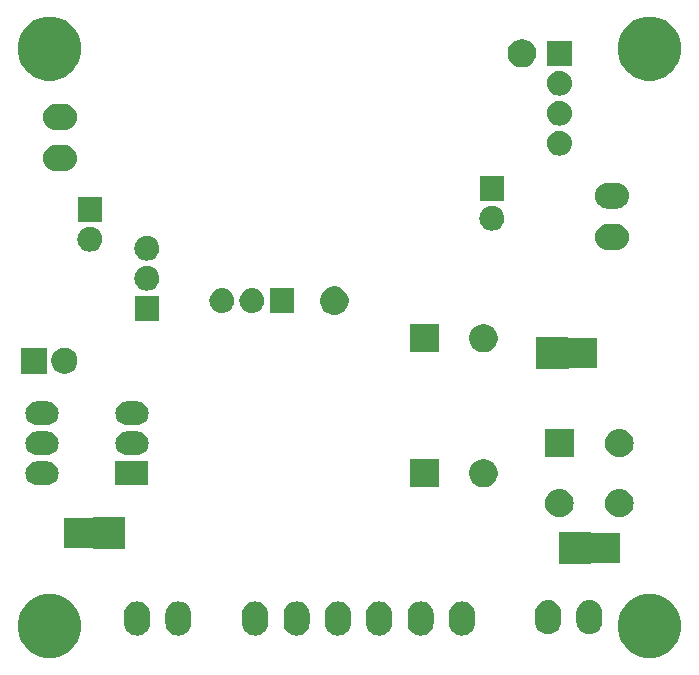
<source format=gbr>
%TF.GenerationSoftware,KiCad,Pcbnew,(5.0.2)-1*%
%TF.CreationDate,2019-04-17T22:45:11+02:00*%
%TF.ProjectId,nfc-door-x4,6e66632d-646f-46f7-922d-78342e6b6963,rev?*%
%TF.SameCoordinates,Original*%
%TF.FileFunction,Soldermask,Bot*%
%TF.FilePolarity,Negative*%
%FSLAX46Y46*%
G04 Gerber Fmt 4.6, Leading zero omitted, Abs format (unit mm)*
G04 Created by KiCad (PCBNEW (5.0.2)-1) date 17.04.2019 22:45:11*
%MOMM*%
%LPD*%
G01*
G04 APERTURE LIST*
%ADD10C,0.150000*%
G04 APERTURE END LIST*
D10*
G36*
X115507560Y-153037759D02*
X115998928Y-153241290D01*
X115998930Y-153241291D01*
X116429035Y-153528678D01*
X116441153Y-153536775D01*
X116817225Y-153912847D01*
X116817227Y-153912850D01*
X117080167Y-154306367D01*
X117112710Y-154355072D01*
X117316241Y-154846440D01*
X117420000Y-155368072D01*
X117420000Y-155899928D01*
X117316241Y-156421560D01*
X117112710Y-156912928D01*
X116817225Y-157355153D01*
X116441153Y-157731225D01*
X116441150Y-157731227D01*
X115998930Y-158026709D01*
X115998929Y-158026710D01*
X115998928Y-158026710D01*
X115507560Y-158230241D01*
X114985928Y-158334000D01*
X114454072Y-158334000D01*
X113932440Y-158230241D01*
X113441072Y-158026710D01*
X113441071Y-158026710D01*
X113441070Y-158026709D01*
X112998850Y-157731227D01*
X112998847Y-157731225D01*
X112622775Y-157355153D01*
X112327290Y-156912928D01*
X112123759Y-156421560D01*
X112020000Y-155899928D01*
X112020000Y-155368072D01*
X112123759Y-154846440D01*
X112327290Y-154355072D01*
X112359834Y-154306367D01*
X112622773Y-153912850D01*
X112622775Y-153912847D01*
X112998847Y-153536775D01*
X113010965Y-153528678D01*
X113441070Y-153241291D01*
X113441072Y-153241290D01*
X113932440Y-153037759D01*
X114454072Y-152934000D01*
X114985928Y-152934000D01*
X115507560Y-153037759D01*
X115507560Y-153037759D01*
G37*
G36*
X64707560Y-153037759D02*
X65198928Y-153241290D01*
X65198930Y-153241291D01*
X65629035Y-153528678D01*
X65641153Y-153536775D01*
X66017225Y-153912847D01*
X66017227Y-153912850D01*
X66280167Y-154306367D01*
X66312710Y-154355072D01*
X66516241Y-154846440D01*
X66620000Y-155368072D01*
X66620000Y-155899928D01*
X66516241Y-156421560D01*
X66312710Y-156912928D01*
X66017225Y-157355153D01*
X65641153Y-157731225D01*
X65641150Y-157731227D01*
X65198930Y-158026709D01*
X65198929Y-158026710D01*
X65198928Y-158026710D01*
X64707560Y-158230241D01*
X64185928Y-158334000D01*
X63654072Y-158334000D01*
X63132440Y-158230241D01*
X62641072Y-158026710D01*
X62641071Y-158026710D01*
X62641070Y-158026709D01*
X62198850Y-157731227D01*
X62198847Y-157731225D01*
X61822775Y-157355153D01*
X61527290Y-156912928D01*
X61323759Y-156421560D01*
X61220000Y-155899928D01*
X61220000Y-155368072D01*
X61323759Y-154846440D01*
X61527290Y-154355072D01*
X61559834Y-154306367D01*
X61822773Y-153912850D01*
X61822775Y-153912847D01*
X62198847Y-153536775D01*
X62210965Y-153528678D01*
X62641070Y-153241291D01*
X62641072Y-153241290D01*
X63132440Y-153037759D01*
X63654072Y-152934000D01*
X64185928Y-152934000D01*
X64707560Y-153037759D01*
X64707560Y-153037759D01*
G37*
G36*
X71555639Y-153549916D02*
X71762986Y-153612815D01*
X71762988Y-153612816D01*
X71954084Y-153714958D01*
X72121581Y-153852419D01*
X72259042Y-154019916D01*
X72361184Y-154211012D01*
X72424084Y-154418363D01*
X72424084Y-154418367D01*
X72440000Y-154579963D01*
X72440000Y-155388038D01*
X72424084Y-155549639D01*
X72395160Y-155644988D01*
X72361184Y-155756988D01*
X72259042Y-155948084D01*
X72121581Y-156115581D01*
X71954084Y-156253042D01*
X71762987Y-156355184D01*
X71762985Y-156355185D01*
X71555638Y-156418084D01*
X71340000Y-156439322D01*
X71124361Y-156418084D01*
X70917014Y-156355185D01*
X70917012Y-156355184D01*
X70725916Y-156253042D01*
X70558419Y-156115581D01*
X70420958Y-155948084D01*
X70318816Y-155756987D01*
X70284841Y-155644987D01*
X70255916Y-155549638D01*
X70240000Y-155388037D01*
X70240000Y-154579962D01*
X70255916Y-154418361D01*
X70318815Y-154211014D01*
X70378683Y-154099010D01*
X70420959Y-154019916D01*
X70558420Y-153852419D01*
X70725917Y-153714958D01*
X70917013Y-153612816D01*
X70917015Y-153612815D01*
X71124362Y-153549916D01*
X71340000Y-153528678D01*
X71555639Y-153549916D01*
X71555639Y-153549916D01*
G37*
G36*
X99055639Y-153549916D02*
X99262986Y-153612815D01*
X99262988Y-153612816D01*
X99454084Y-153714958D01*
X99621581Y-153852419D01*
X99759042Y-154019916D01*
X99861184Y-154211012D01*
X99924084Y-154418363D01*
X99924084Y-154418367D01*
X99940000Y-154579963D01*
X99940000Y-155388038D01*
X99924084Y-155549639D01*
X99895160Y-155644988D01*
X99861184Y-155756988D01*
X99759042Y-155948084D01*
X99621581Y-156115581D01*
X99454084Y-156253042D01*
X99262987Y-156355184D01*
X99262985Y-156355185D01*
X99055638Y-156418084D01*
X98840000Y-156439322D01*
X98624361Y-156418084D01*
X98417014Y-156355185D01*
X98417012Y-156355184D01*
X98225916Y-156253042D01*
X98058419Y-156115581D01*
X97920958Y-155948084D01*
X97818816Y-155756987D01*
X97784841Y-155644987D01*
X97755916Y-155549638D01*
X97740000Y-155388037D01*
X97740000Y-154579962D01*
X97755916Y-154418361D01*
X97818815Y-154211014D01*
X97878683Y-154099010D01*
X97920959Y-154019916D01*
X98058420Y-153852419D01*
X98225917Y-153714958D01*
X98417013Y-153612816D01*
X98417015Y-153612815D01*
X98624362Y-153549916D01*
X98840000Y-153528678D01*
X99055639Y-153549916D01*
X99055639Y-153549916D01*
G37*
G36*
X95555639Y-153549916D02*
X95762986Y-153612815D01*
X95762988Y-153612816D01*
X95954084Y-153714958D01*
X96121581Y-153852419D01*
X96259042Y-154019916D01*
X96361184Y-154211012D01*
X96424084Y-154418363D01*
X96424084Y-154418367D01*
X96440000Y-154579963D01*
X96440000Y-155388038D01*
X96424084Y-155549639D01*
X96395160Y-155644988D01*
X96361184Y-155756988D01*
X96259042Y-155948084D01*
X96121581Y-156115581D01*
X95954084Y-156253042D01*
X95762987Y-156355184D01*
X95762985Y-156355185D01*
X95555638Y-156418084D01*
X95340000Y-156439322D01*
X95124361Y-156418084D01*
X94917014Y-156355185D01*
X94917012Y-156355184D01*
X94725916Y-156253042D01*
X94558419Y-156115581D01*
X94420958Y-155948084D01*
X94318816Y-155756987D01*
X94284841Y-155644987D01*
X94255916Y-155549638D01*
X94240000Y-155388037D01*
X94240000Y-154579962D01*
X94255916Y-154418361D01*
X94318815Y-154211014D01*
X94378683Y-154099010D01*
X94420959Y-154019916D01*
X94558420Y-153852419D01*
X94725917Y-153714958D01*
X94917013Y-153612816D01*
X94917015Y-153612815D01*
X95124362Y-153549916D01*
X95340000Y-153528678D01*
X95555639Y-153549916D01*
X95555639Y-153549916D01*
G37*
G36*
X75055639Y-153549916D02*
X75262986Y-153612815D01*
X75262988Y-153612816D01*
X75454084Y-153714958D01*
X75621581Y-153852419D01*
X75759042Y-154019916D01*
X75861184Y-154211012D01*
X75924084Y-154418363D01*
X75924084Y-154418367D01*
X75940000Y-154579963D01*
X75940000Y-155388038D01*
X75924084Y-155549639D01*
X75895160Y-155644988D01*
X75861184Y-155756988D01*
X75759042Y-155948084D01*
X75621581Y-156115581D01*
X75454084Y-156253042D01*
X75262987Y-156355184D01*
X75262985Y-156355185D01*
X75055638Y-156418084D01*
X74840000Y-156439322D01*
X74624361Y-156418084D01*
X74417014Y-156355185D01*
X74417012Y-156355184D01*
X74225916Y-156253042D01*
X74058419Y-156115581D01*
X73920958Y-155948084D01*
X73818816Y-155756987D01*
X73784841Y-155644987D01*
X73755916Y-155549638D01*
X73740000Y-155388037D01*
X73740000Y-154579962D01*
X73755916Y-154418361D01*
X73818815Y-154211014D01*
X73878683Y-154099010D01*
X73920959Y-154019916D01*
X74058420Y-153852419D01*
X74225917Y-153714958D01*
X74417013Y-153612816D01*
X74417015Y-153612815D01*
X74624362Y-153549916D01*
X74840000Y-153528678D01*
X75055639Y-153549916D01*
X75055639Y-153549916D01*
G37*
G36*
X81555639Y-153549916D02*
X81762986Y-153612815D01*
X81762988Y-153612816D01*
X81954084Y-153714958D01*
X82121581Y-153852419D01*
X82259042Y-154019916D01*
X82361184Y-154211012D01*
X82424084Y-154418363D01*
X82424084Y-154418367D01*
X82440000Y-154579963D01*
X82440000Y-155388038D01*
X82424084Y-155549639D01*
X82395160Y-155644988D01*
X82361184Y-155756988D01*
X82259042Y-155948084D01*
X82121581Y-156115581D01*
X81954084Y-156253042D01*
X81762987Y-156355184D01*
X81762985Y-156355185D01*
X81555638Y-156418084D01*
X81340000Y-156439322D01*
X81124361Y-156418084D01*
X80917014Y-156355185D01*
X80917012Y-156355184D01*
X80725916Y-156253042D01*
X80558419Y-156115581D01*
X80420958Y-155948084D01*
X80318816Y-155756987D01*
X80284841Y-155644987D01*
X80255916Y-155549638D01*
X80240000Y-155388037D01*
X80240000Y-154579962D01*
X80255916Y-154418361D01*
X80318815Y-154211014D01*
X80378683Y-154099010D01*
X80420959Y-154019916D01*
X80558420Y-153852419D01*
X80725917Y-153714958D01*
X80917013Y-153612816D01*
X80917015Y-153612815D01*
X81124362Y-153549916D01*
X81340000Y-153528678D01*
X81555639Y-153549916D01*
X81555639Y-153549916D01*
G37*
G36*
X92055639Y-153549916D02*
X92262986Y-153612815D01*
X92262988Y-153612816D01*
X92454084Y-153714958D01*
X92621581Y-153852419D01*
X92759042Y-154019916D01*
X92861184Y-154211012D01*
X92924084Y-154418363D01*
X92924084Y-154418367D01*
X92940000Y-154579963D01*
X92940000Y-155388038D01*
X92924084Y-155549639D01*
X92895160Y-155644988D01*
X92861184Y-155756988D01*
X92759042Y-155948084D01*
X92621581Y-156115581D01*
X92454084Y-156253042D01*
X92262987Y-156355184D01*
X92262985Y-156355185D01*
X92055638Y-156418084D01*
X91840000Y-156439322D01*
X91624361Y-156418084D01*
X91417014Y-156355185D01*
X91417012Y-156355184D01*
X91225916Y-156253042D01*
X91058419Y-156115581D01*
X90920958Y-155948084D01*
X90818816Y-155756987D01*
X90784841Y-155644987D01*
X90755916Y-155549638D01*
X90740000Y-155388037D01*
X90740000Y-154579962D01*
X90755916Y-154418361D01*
X90818815Y-154211014D01*
X90878683Y-154099010D01*
X90920959Y-154019916D01*
X91058420Y-153852419D01*
X91225917Y-153714958D01*
X91417013Y-153612816D01*
X91417015Y-153612815D01*
X91624362Y-153549916D01*
X91840000Y-153528678D01*
X92055639Y-153549916D01*
X92055639Y-153549916D01*
G37*
G36*
X88555639Y-153549916D02*
X88762986Y-153612815D01*
X88762988Y-153612816D01*
X88954084Y-153714958D01*
X89121581Y-153852419D01*
X89259042Y-154019916D01*
X89361184Y-154211012D01*
X89424084Y-154418363D01*
X89424084Y-154418367D01*
X89440000Y-154579963D01*
X89440000Y-155388038D01*
X89424084Y-155549639D01*
X89395160Y-155644988D01*
X89361184Y-155756988D01*
X89259042Y-155948084D01*
X89121581Y-156115581D01*
X88954084Y-156253042D01*
X88762987Y-156355184D01*
X88762985Y-156355185D01*
X88555638Y-156418084D01*
X88340000Y-156439322D01*
X88124361Y-156418084D01*
X87917014Y-156355185D01*
X87917012Y-156355184D01*
X87725916Y-156253042D01*
X87558419Y-156115581D01*
X87420958Y-155948084D01*
X87318816Y-155756987D01*
X87284841Y-155644987D01*
X87255916Y-155549638D01*
X87240000Y-155388037D01*
X87240000Y-154579962D01*
X87255916Y-154418361D01*
X87318815Y-154211014D01*
X87378683Y-154099010D01*
X87420959Y-154019916D01*
X87558420Y-153852419D01*
X87725917Y-153714958D01*
X87917013Y-153612816D01*
X87917015Y-153612815D01*
X88124362Y-153549916D01*
X88340000Y-153528678D01*
X88555639Y-153549916D01*
X88555639Y-153549916D01*
G37*
G36*
X85055639Y-153549916D02*
X85262986Y-153612815D01*
X85262988Y-153612816D01*
X85454084Y-153714958D01*
X85621581Y-153852419D01*
X85759042Y-154019916D01*
X85861184Y-154211012D01*
X85924084Y-154418363D01*
X85924084Y-154418367D01*
X85940000Y-154579963D01*
X85940000Y-155388038D01*
X85924084Y-155549639D01*
X85895160Y-155644988D01*
X85861184Y-155756988D01*
X85759042Y-155948084D01*
X85621581Y-156115581D01*
X85454084Y-156253042D01*
X85262987Y-156355184D01*
X85262985Y-156355185D01*
X85055638Y-156418084D01*
X84840000Y-156439322D01*
X84624361Y-156418084D01*
X84417014Y-156355185D01*
X84417012Y-156355184D01*
X84225916Y-156253042D01*
X84058419Y-156115581D01*
X83920958Y-155948084D01*
X83818816Y-155756987D01*
X83784841Y-155644987D01*
X83755916Y-155549638D01*
X83740000Y-155388037D01*
X83740000Y-154579962D01*
X83755916Y-154418361D01*
X83818815Y-154211014D01*
X83878683Y-154099010D01*
X83920959Y-154019916D01*
X84058420Y-153852419D01*
X84225917Y-153714958D01*
X84417013Y-153612816D01*
X84417015Y-153612815D01*
X84624362Y-153549916D01*
X84840000Y-153528678D01*
X85055639Y-153549916D01*
X85055639Y-153549916D01*
G37*
G36*
X109855639Y-153437916D02*
X110062986Y-153500815D01*
X110062988Y-153500816D01*
X110254084Y-153602958D01*
X110421581Y-153740419D01*
X110559042Y-153907916D01*
X110661184Y-154099012D01*
X110724084Y-154306363D01*
X110724084Y-154306367D01*
X110740000Y-154467963D01*
X110740000Y-155276038D01*
X110724084Y-155437639D01*
X110690109Y-155549639D01*
X110661184Y-155644988D01*
X110559042Y-155836084D01*
X110421581Y-156003581D01*
X110254084Y-156141042D01*
X110062987Y-156243184D01*
X110062985Y-156243185D01*
X109855638Y-156306084D01*
X109640000Y-156327322D01*
X109424361Y-156306084D01*
X109217014Y-156243185D01*
X109217012Y-156243184D01*
X109025916Y-156141042D01*
X108858419Y-156003581D01*
X108720958Y-155836084D01*
X108618816Y-155644987D01*
X108589892Y-155549638D01*
X108555916Y-155437638D01*
X108540000Y-155276037D01*
X108540000Y-154467962D01*
X108555916Y-154306361D01*
X108618815Y-154099014D01*
X108666362Y-154010060D01*
X108720959Y-153907916D01*
X108858420Y-153740419D01*
X109025917Y-153602958D01*
X109217013Y-153500816D01*
X109217015Y-153500815D01*
X109424362Y-153437916D01*
X109640000Y-153416678D01*
X109855639Y-153437916D01*
X109855639Y-153437916D01*
G37*
G36*
X106355639Y-153437916D02*
X106562986Y-153500815D01*
X106562988Y-153500816D01*
X106754084Y-153602958D01*
X106921581Y-153740419D01*
X107059042Y-153907916D01*
X107161184Y-154099012D01*
X107224084Y-154306363D01*
X107224084Y-154306367D01*
X107240000Y-154467963D01*
X107240000Y-155276038D01*
X107224084Y-155437639D01*
X107190109Y-155549639D01*
X107161184Y-155644988D01*
X107059042Y-155836084D01*
X106921581Y-156003581D01*
X106754084Y-156141042D01*
X106562987Y-156243184D01*
X106562985Y-156243185D01*
X106355638Y-156306084D01*
X106140000Y-156327322D01*
X105924361Y-156306084D01*
X105717014Y-156243185D01*
X105717012Y-156243184D01*
X105525916Y-156141042D01*
X105358419Y-156003581D01*
X105220958Y-155836084D01*
X105118816Y-155644987D01*
X105089892Y-155549638D01*
X105055916Y-155437638D01*
X105040000Y-155276037D01*
X105040000Y-154467962D01*
X105055916Y-154306361D01*
X105118815Y-154099014D01*
X105166362Y-154010060D01*
X105220959Y-153907916D01*
X105358420Y-153740419D01*
X105525917Y-153602958D01*
X105717013Y-153500816D01*
X105717015Y-153500815D01*
X105924362Y-153437916D01*
X106140000Y-153416678D01*
X106355639Y-153437916D01*
X106355639Y-153437916D01*
G37*
G36*
X109734066Y-147694946D02*
X109749612Y-147713888D01*
X109768554Y-147729434D01*
X109790165Y-147740985D01*
X109813614Y-147748098D01*
X109838000Y-147750500D01*
X112189500Y-147750500D01*
X112189500Y-150309500D01*
X109838000Y-150309500D01*
X109813614Y-150311902D01*
X109790165Y-150319015D01*
X109768554Y-150330566D01*
X109749612Y-150346112D01*
X109734066Y-150365054D01*
X109729819Y-150373000D01*
X107027000Y-150373000D01*
X107027000Y-147687000D01*
X109729819Y-147687000D01*
X109734066Y-147694946D01*
X109734066Y-147694946D01*
G37*
G36*
X70343000Y-149103000D02*
X67640181Y-149103000D01*
X67635934Y-149095054D01*
X67620388Y-149076112D01*
X67601446Y-149060566D01*
X67579835Y-149049015D01*
X67556386Y-149041902D01*
X67532000Y-149039500D01*
X65180500Y-149039500D01*
X65180500Y-146480500D01*
X67532000Y-146480500D01*
X67556386Y-146478098D01*
X67579835Y-146470985D01*
X67601446Y-146459434D01*
X67620388Y-146443888D01*
X67635934Y-146424946D01*
X67640181Y-146417000D01*
X70343000Y-146417000D01*
X70343000Y-149103000D01*
X70343000Y-149103000D01*
G37*
G36*
X107194208Y-144023473D02*
X107335241Y-144037363D01*
X107561442Y-144105981D01*
X107561444Y-144105982D01*
X107561447Y-144105983D01*
X107769910Y-144217408D01*
X107952634Y-144367366D01*
X108102592Y-144550090D01*
X108214017Y-144758553D01*
X108214018Y-144758556D01*
X108214019Y-144758558D01*
X108282637Y-144984759D01*
X108305806Y-145220000D01*
X108282637Y-145455241D01*
X108214019Y-145681442D01*
X108214017Y-145681447D01*
X108102592Y-145889910D01*
X107952634Y-146072634D01*
X107769910Y-146222592D01*
X107561447Y-146334017D01*
X107561444Y-146334018D01*
X107561442Y-146334019D01*
X107335241Y-146402637D01*
X107194208Y-146416527D01*
X107158951Y-146420000D01*
X107041049Y-146420000D01*
X107005792Y-146416527D01*
X106864759Y-146402637D01*
X106638558Y-146334019D01*
X106638556Y-146334018D01*
X106638553Y-146334017D01*
X106430090Y-146222592D01*
X106247366Y-146072634D01*
X106097408Y-145889910D01*
X105985983Y-145681447D01*
X105985981Y-145681442D01*
X105917363Y-145455241D01*
X105894194Y-145220000D01*
X105917363Y-144984759D01*
X105985981Y-144758558D01*
X105985982Y-144758556D01*
X105985983Y-144758553D01*
X106097408Y-144550090D01*
X106247366Y-144367366D01*
X106430090Y-144217408D01*
X106638553Y-144105983D01*
X106638556Y-144105982D01*
X106638558Y-144105981D01*
X106864759Y-144037363D01*
X107005792Y-144023473D01*
X107041049Y-144020000D01*
X107158951Y-144020000D01*
X107194208Y-144023473D01*
X107194208Y-144023473D01*
G37*
G36*
X112274208Y-144023473D02*
X112415241Y-144037363D01*
X112641442Y-144105981D01*
X112641444Y-144105982D01*
X112641447Y-144105983D01*
X112849910Y-144217408D01*
X113032634Y-144367366D01*
X113182592Y-144550090D01*
X113294017Y-144758553D01*
X113294018Y-144758556D01*
X113294019Y-144758558D01*
X113362637Y-144984759D01*
X113385806Y-145220000D01*
X113362637Y-145455241D01*
X113294019Y-145681442D01*
X113294017Y-145681447D01*
X113182592Y-145889910D01*
X113032634Y-146072634D01*
X112849910Y-146222592D01*
X112641447Y-146334017D01*
X112641444Y-146334018D01*
X112641442Y-146334019D01*
X112415241Y-146402637D01*
X112274208Y-146416527D01*
X112238951Y-146420000D01*
X112121049Y-146420000D01*
X112085792Y-146416527D01*
X111944759Y-146402637D01*
X111718558Y-146334019D01*
X111718556Y-146334018D01*
X111718553Y-146334017D01*
X111510090Y-146222592D01*
X111327366Y-146072634D01*
X111177408Y-145889910D01*
X111065983Y-145681447D01*
X111065981Y-145681442D01*
X110997363Y-145455241D01*
X110974194Y-145220000D01*
X110997363Y-144984759D01*
X111065981Y-144758558D01*
X111065982Y-144758556D01*
X111065983Y-144758553D01*
X111177408Y-144550090D01*
X111327366Y-144367366D01*
X111510090Y-144217408D01*
X111718553Y-144105983D01*
X111718556Y-144105982D01*
X111718558Y-144105981D01*
X111944759Y-144037363D01*
X112085792Y-144023473D01*
X112121049Y-144020000D01*
X112238951Y-144020000D01*
X112274208Y-144023473D01*
X112274208Y-144023473D01*
G37*
G36*
X101020026Y-141526115D02*
X101238412Y-141616573D01*
X101434958Y-141747901D01*
X101602099Y-141915042D01*
X101733427Y-142111588D01*
X101823885Y-142329974D01*
X101870000Y-142561809D01*
X101870000Y-142798191D01*
X101823885Y-143030026D01*
X101733427Y-143248412D01*
X101602099Y-143444958D01*
X101434958Y-143612099D01*
X101238412Y-143743427D01*
X101020026Y-143833885D01*
X100788191Y-143880000D01*
X100551809Y-143880000D01*
X100319974Y-143833885D01*
X100101588Y-143743427D01*
X99905042Y-143612099D01*
X99737901Y-143444958D01*
X99606573Y-143248412D01*
X99516115Y-143030026D01*
X99470000Y-142798191D01*
X99470000Y-142561809D01*
X99516115Y-142329974D01*
X99606573Y-142111588D01*
X99737901Y-141915042D01*
X99905042Y-141747901D01*
X100101588Y-141616573D01*
X100319974Y-141526115D01*
X100551809Y-141480000D01*
X100788191Y-141480000D01*
X101020026Y-141526115D01*
X101020026Y-141526115D01*
G37*
G36*
X96870000Y-143880000D02*
X94470000Y-143880000D01*
X94470000Y-141480000D01*
X96870000Y-141480000D01*
X96870000Y-143880000D01*
X96870000Y-143880000D01*
G37*
G36*
X72305000Y-143680000D02*
X69505000Y-143680000D01*
X69505000Y-141680000D01*
X72305000Y-141680000D01*
X72305000Y-143680000D01*
X72305000Y-143680000D01*
G37*
G36*
X63881030Y-141694469D02*
X63881033Y-141694470D01*
X63881034Y-141694470D01*
X64069535Y-141751651D01*
X64069537Y-141751652D01*
X64243260Y-141844509D01*
X64395528Y-141969472D01*
X64520491Y-142121740D01*
X64520492Y-142121742D01*
X64613349Y-142295465D01*
X64623817Y-142329974D01*
X64670531Y-142483970D01*
X64689838Y-142680000D01*
X64670531Y-142876030D01*
X64670530Y-142876033D01*
X64670530Y-142876034D01*
X64623817Y-143030027D01*
X64613348Y-143064537D01*
X64520491Y-143238260D01*
X64395528Y-143390528D01*
X64243260Y-143515491D01*
X64243258Y-143515492D01*
X64069535Y-143608349D01*
X63881034Y-143665530D01*
X63881033Y-143665530D01*
X63881030Y-143665531D01*
X63734124Y-143680000D01*
X62835876Y-143680000D01*
X62688970Y-143665531D01*
X62688967Y-143665530D01*
X62688966Y-143665530D01*
X62500465Y-143608349D01*
X62326742Y-143515492D01*
X62326740Y-143515491D01*
X62174472Y-143390528D01*
X62049509Y-143238260D01*
X61956652Y-143064537D01*
X61946184Y-143030027D01*
X61899470Y-142876034D01*
X61899470Y-142876033D01*
X61899469Y-142876030D01*
X61880162Y-142680000D01*
X61899469Y-142483970D01*
X61946183Y-142329974D01*
X61956651Y-142295465D01*
X62049508Y-142121742D01*
X62049509Y-142121740D01*
X62174472Y-141969472D01*
X62326740Y-141844509D01*
X62500463Y-141751652D01*
X62500465Y-141751651D01*
X62688966Y-141694470D01*
X62688967Y-141694470D01*
X62688970Y-141694469D01*
X62835876Y-141680000D01*
X63734124Y-141680000D01*
X63881030Y-141694469D01*
X63881030Y-141694469D01*
G37*
G36*
X112274208Y-138943473D02*
X112415241Y-138957363D01*
X112641442Y-139025981D01*
X112641444Y-139025982D01*
X112641447Y-139025983D01*
X112849910Y-139137408D01*
X113032634Y-139287366D01*
X113182592Y-139470090D01*
X113294017Y-139678553D01*
X113294018Y-139678556D01*
X113294019Y-139678558D01*
X113362637Y-139904759D01*
X113385806Y-140140000D01*
X113362637Y-140375241D01*
X113294019Y-140601442D01*
X113294017Y-140601447D01*
X113182592Y-140809910D01*
X113032634Y-140992634D01*
X112849910Y-141142592D01*
X112641447Y-141254017D01*
X112641444Y-141254018D01*
X112641442Y-141254019D01*
X112415241Y-141322637D01*
X112274208Y-141336527D01*
X112238951Y-141340000D01*
X112121049Y-141340000D01*
X112085792Y-141336527D01*
X111944759Y-141322637D01*
X111718558Y-141254019D01*
X111718556Y-141254018D01*
X111718553Y-141254017D01*
X111510090Y-141142592D01*
X111327366Y-140992634D01*
X111177408Y-140809910D01*
X111065983Y-140601447D01*
X111065981Y-140601442D01*
X110997363Y-140375241D01*
X110974194Y-140140000D01*
X110997363Y-139904759D01*
X111065981Y-139678558D01*
X111065982Y-139678556D01*
X111065983Y-139678553D01*
X111177408Y-139470090D01*
X111327366Y-139287366D01*
X111510090Y-139137408D01*
X111718553Y-139025983D01*
X111718556Y-139025982D01*
X111718558Y-139025981D01*
X111944759Y-138957363D01*
X112085792Y-138943473D01*
X112121049Y-138940000D01*
X112238951Y-138940000D01*
X112274208Y-138943473D01*
X112274208Y-138943473D01*
G37*
G36*
X108300000Y-141340000D02*
X105900000Y-141340000D01*
X105900000Y-138940000D01*
X108300000Y-138940000D01*
X108300000Y-141340000D01*
X108300000Y-141340000D01*
G37*
G36*
X63881030Y-139154469D02*
X63881033Y-139154470D01*
X63881034Y-139154470D01*
X64069535Y-139211651D01*
X64069537Y-139211652D01*
X64243260Y-139304509D01*
X64395528Y-139429472D01*
X64520491Y-139581740D01*
X64520492Y-139581742D01*
X64613349Y-139755465D01*
X64658638Y-139904763D01*
X64670531Y-139943970D01*
X64689838Y-140140000D01*
X64670531Y-140336030D01*
X64670530Y-140336033D01*
X64670530Y-140336034D01*
X64658637Y-140375241D01*
X64613348Y-140524537D01*
X64520491Y-140698260D01*
X64395528Y-140850528D01*
X64243260Y-140975491D01*
X64243258Y-140975492D01*
X64069535Y-141068349D01*
X63881034Y-141125530D01*
X63881033Y-141125530D01*
X63881030Y-141125531D01*
X63734124Y-141140000D01*
X62835876Y-141140000D01*
X62688970Y-141125531D01*
X62688967Y-141125530D01*
X62688966Y-141125530D01*
X62500465Y-141068349D01*
X62326742Y-140975492D01*
X62326740Y-140975491D01*
X62174472Y-140850528D01*
X62049509Y-140698260D01*
X61956652Y-140524537D01*
X61911364Y-140375241D01*
X61899470Y-140336034D01*
X61899470Y-140336033D01*
X61899469Y-140336030D01*
X61880162Y-140140000D01*
X61899469Y-139943970D01*
X61911362Y-139904763D01*
X61956651Y-139755465D01*
X62049508Y-139581742D01*
X62049509Y-139581740D01*
X62174472Y-139429472D01*
X62326740Y-139304509D01*
X62500463Y-139211652D01*
X62500465Y-139211651D01*
X62688966Y-139154470D01*
X62688967Y-139154470D01*
X62688970Y-139154469D01*
X62835876Y-139140000D01*
X63734124Y-139140000D01*
X63881030Y-139154469D01*
X63881030Y-139154469D01*
G37*
G36*
X71501030Y-139154469D02*
X71501033Y-139154470D01*
X71501034Y-139154470D01*
X71689535Y-139211651D01*
X71689537Y-139211652D01*
X71863260Y-139304509D01*
X72015528Y-139429472D01*
X72140491Y-139581740D01*
X72140492Y-139581742D01*
X72233349Y-139755465D01*
X72278638Y-139904763D01*
X72290531Y-139943970D01*
X72309838Y-140140000D01*
X72290531Y-140336030D01*
X72290530Y-140336033D01*
X72290530Y-140336034D01*
X72278637Y-140375241D01*
X72233348Y-140524537D01*
X72140491Y-140698260D01*
X72015528Y-140850528D01*
X71863260Y-140975491D01*
X71863258Y-140975492D01*
X71689535Y-141068349D01*
X71501034Y-141125530D01*
X71501033Y-141125530D01*
X71501030Y-141125531D01*
X71354124Y-141140000D01*
X70455876Y-141140000D01*
X70308970Y-141125531D01*
X70308967Y-141125530D01*
X70308966Y-141125530D01*
X70120465Y-141068349D01*
X69946742Y-140975492D01*
X69946740Y-140975491D01*
X69794472Y-140850528D01*
X69669509Y-140698260D01*
X69576652Y-140524537D01*
X69531364Y-140375241D01*
X69519470Y-140336034D01*
X69519470Y-140336033D01*
X69519469Y-140336030D01*
X69500162Y-140140000D01*
X69519469Y-139943970D01*
X69531362Y-139904763D01*
X69576651Y-139755465D01*
X69669508Y-139581742D01*
X69669509Y-139581740D01*
X69794472Y-139429472D01*
X69946740Y-139304509D01*
X70120463Y-139211652D01*
X70120465Y-139211651D01*
X70308966Y-139154470D01*
X70308967Y-139154470D01*
X70308970Y-139154469D01*
X70455876Y-139140000D01*
X71354124Y-139140000D01*
X71501030Y-139154469D01*
X71501030Y-139154469D01*
G37*
G36*
X63881030Y-136614469D02*
X63881033Y-136614470D01*
X63881034Y-136614470D01*
X64069535Y-136671651D01*
X64069537Y-136671652D01*
X64243260Y-136764509D01*
X64395528Y-136889472D01*
X64520491Y-137041740D01*
X64613348Y-137215463D01*
X64670531Y-137403970D01*
X64689838Y-137600000D01*
X64670531Y-137796030D01*
X64613348Y-137984537D01*
X64520491Y-138158260D01*
X64395528Y-138310528D01*
X64243260Y-138435491D01*
X64243258Y-138435492D01*
X64069535Y-138528349D01*
X63881034Y-138585530D01*
X63881033Y-138585530D01*
X63881030Y-138585531D01*
X63734124Y-138600000D01*
X62835876Y-138600000D01*
X62688970Y-138585531D01*
X62688967Y-138585530D01*
X62688966Y-138585530D01*
X62500465Y-138528349D01*
X62326742Y-138435492D01*
X62326740Y-138435491D01*
X62174472Y-138310528D01*
X62049509Y-138158260D01*
X61956652Y-137984537D01*
X61899469Y-137796030D01*
X61880162Y-137600000D01*
X61899469Y-137403970D01*
X61956652Y-137215463D01*
X62049509Y-137041740D01*
X62174472Y-136889472D01*
X62326740Y-136764509D01*
X62500463Y-136671652D01*
X62500465Y-136671651D01*
X62688966Y-136614470D01*
X62688967Y-136614470D01*
X62688970Y-136614469D01*
X62835876Y-136600000D01*
X63734124Y-136600000D01*
X63881030Y-136614469D01*
X63881030Y-136614469D01*
G37*
G36*
X71501030Y-136614469D02*
X71501033Y-136614470D01*
X71501034Y-136614470D01*
X71689535Y-136671651D01*
X71689537Y-136671652D01*
X71863260Y-136764509D01*
X72015528Y-136889472D01*
X72140491Y-137041740D01*
X72233348Y-137215463D01*
X72290531Y-137403970D01*
X72309838Y-137600000D01*
X72290531Y-137796030D01*
X72233348Y-137984537D01*
X72140491Y-138158260D01*
X72015528Y-138310528D01*
X71863260Y-138435491D01*
X71863258Y-138435492D01*
X71689535Y-138528349D01*
X71501034Y-138585530D01*
X71501033Y-138585530D01*
X71501030Y-138585531D01*
X71354124Y-138600000D01*
X70455876Y-138600000D01*
X70308970Y-138585531D01*
X70308967Y-138585530D01*
X70308966Y-138585530D01*
X70120465Y-138528349D01*
X69946742Y-138435492D01*
X69946740Y-138435491D01*
X69794472Y-138310528D01*
X69669509Y-138158260D01*
X69576652Y-137984537D01*
X69519469Y-137796030D01*
X69500162Y-137600000D01*
X69519469Y-137403970D01*
X69576652Y-137215463D01*
X69669509Y-137041740D01*
X69794472Y-136889472D01*
X69946740Y-136764509D01*
X70120463Y-136671652D01*
X70120465Y-136671651D01*
X70308966Y-136614470D01*
X70308967Y-136614470D01*
X70308970Y-136614469D01*
X70455876Y-136600000D01*
X71354124Y-136600000D01*
X71501030Y-136614469D01*
X71501030Y-136614469D01*
G37*
G36*
X65510857Y-132097272D02*
X65711042Y-132180191D01*
X65891213Y-132300578D01*
X66044422Y-132453787D01*
X66164809Y-132633958D01*
X66247728Y-132834143D01*
X66290000Y-133046658D01*
X66290000Y-133263342D01*
X66247728Y-133475857D01*
X66164809Y-133676042D01*
X66164807Y-133676045D01*
X66045197Y-133855054D01*
X66044422Y-133856213D01*
X65891213Y-134009422D01*
X65711042Y-134129809D01*
X65510857Y-134212728D01*
X65298342Y-134255000D01*
X65081658Y-134255000D01*
X64869143Y-134212728D01*
X64668958Y-134129809D01*
X64488787Y-134009422D01*
X64335578Y-133856213D01*
X64334804Y-133855054D01*
X64215193Y-133676045D01*
X64215191Y-133676042D01*
X64132272Y-133475857D01*
X64090000Y-133263342D01*
X64090000Y-133046658D01*
X64132272Y-132834143D01*
X64215191Y-132633958D01*
X64335578Y-132453787D01*
X64488787Y-132300578D01*
X64668958Y-132180191D01*
X64869143Y-132097272D01*
X65081658Y-132055000D01*
X65298342Y-132055000D01*
X65510857Y-132097272D01*
X65510857Y-132097272D01*
G37*
G36*
X63750000Y-134255000D02*
X61550000Y-134255000D01*
X61550000Y-132055000D01*
X63750000Y-132055000D01*
X63750000Y-134255000D01*
X63750000Y-134255000D01*
G37*
G36*
X107829066Y-131184946D02*
X107844612Y-131203888D01*
X107863554Y-131219434D01*
X107885165Y-131230985D01*
X107908614Y-131238098D01*
X107933000Y-131240500D01*
X110284500Y-131240500D01*
X110284500Y-133799500D01*
X107933000Y-133799500D01*
X107908614Y-133801902D01*
X107885165Y-133809015D01*
X107863554Y-133820566D01*
X107844612Y-133836112D01*
X107829066Y-133855054D01*
X107824819Y-133863000D01*
X105122000Y-133863000D01*
X105122000Y-131177000D01*
X107824819Y-131177000D01*
X107829066Y-131184946D01*
X107829066Y-131184946D01*
G37*
G36*
X101020026Y-130096115D02*
X101238412Y-130186573D01*
X101434958Y-130317901D01*
X101602099Y-130485042D01*
X101733427Y-130681588D01*
X101823885Y-130899974D01*
X101870000Y-131131809D01*
X101870000Y-131368191D01*
X101823885Y-131600026D01*
X101733427Y-131818412D01*
X101602099Y-132014958D01*
X101434958Y-132182099D01*
X101238412Y-132313427D01*
X101020026Y-132403885D01*
X100788191Y-132450000D01*
X100551809Y-132450000D01*
X100319974Y-132403885D01*
X100101588Y-132313427D01*
X99905042Y-132182099D01*
X99737901Y-132014958D01*
X99606573Y-131818412D01*
X99516115Y-131600026D01*
X99470000Y-131368191D01*
X99470000Y-131131809D01*
X99516115Y-130899974D01*
X99606573Y-130681588D01*
X99737901Y-130485042D01*
X99905042Y-130317901D01*
X100101588Y-130186573D01*
X100319974Y-130096115D01*
X100551809Y-130050000D01*
X100788191Y-130050000D01*
X101020026Y-130096115D01*
X101020026Y-130096115D01*
G37*
G36*
X96870000Y-132450000D02*
X94470000Y-132450000D01*
X94470000Y-130050000D01*
X96870000Y-130050000D01*
X96870000Y-132450000D01*
X96870000Y-132450000D01*
G37*
G36*
X73225000Y-129760000D02*
X71125000Y-129760000D01*
X71125000Y-127660000D01*
X73225000Y-127660000D01*
X73225000Y-129760000D01*
X73225000Y-129760000D01*
G37*
G36*
X88399876Y-126921605D02*
X88618172Y-127012026D01*
X88814633Y-127143297D01*
X88981703Y-127310367D01*
X89112974Y-127506828D01*
X89203395Y-127725124D01*
X89249490Y-127956859D01*
X89249490Y-128193141D01*
X89203395Y-128424876D01*
X89112974Y-128643172D01*
X88981703Y-128839633D01*
X88814633Y-129006703D01*
X88618172Y-129137974D01*
X88399876Y-129228395D01*
X88168141Y-129274490D01*
X87931859Y-129274490D01*
X87700124Y-129228395D01*
X87481828Y-129137974D01*
X87285367Y-129006703D01*
X87118297Y-128839633D01*
X86987026Y-128643172D01*
X86896605Y-128424876D01*
X86850510Y-128193141D01*
X86850510Y-127956859D01*
X86896605Y-127725124D01*
X86987026Y-127506828D01*
X87118297Y-127310367D01*
X87285367Y-127143297D01*
X87481828Y-127012026D01*
X87700124Y-126921605D01*
X87931859Y-126875510D01*
X88168141Y-126875510D01*
X88399876Y-126921605D01*
X88399876Y-126921605D01*
G37*
G36*
X84655000Y-129125000D02*
X82555000Y-129125000D01*
X82555000Y-127025000D01*
X84655000Y-127025000D01*
X84655000Y-129125000D01*
X84655000Y-129125000D01*
G37*
G36*
X81193707Y-127032597D02*
X81270836Y-127040193D01*
X81402787Y-127080220D01*
X81468763Y-127100233D01*
X81651172Y-127197733D01*
X81811054Y-127328946D01*
X81942267Y-127488828D01*
X82039767Y-127671237D01*
X82056113Y-127725124D01*
X82099807Y-127869164D01*
X82120080Y-128075000D01*
X82099807Y-128280836D01*
X82059780Y-128412787D01*
X82039767Y-128478763D01*
X81942267Y-128661172D01*
X81811054Y-128821054D01*
X81651172Y-128952267D01*
X81468763Y-129049767D01*
X81402787Y-129069780D01*
X81270836Y-129109807D01*
X81193707Y-129117404D01*
X81116580Y-129125000D01*
X81013420Y-129125000D01*
X80936293Y-129117404D01*
X80859164Y-129109807D01*
X80727213Y-129069780D01*
X80661237Y-129049767D01*
X80478828Y-128952267D01*
X80318946Y-128821054D01*
X80187733Y-128661172D01*
X80090233Y-128478763D01*
X80070220Y-128412787D01*
X80030193Y-128280836D01*
X80009920Y-128075000D01*
X80030193Y-127869164D01*
X80073887Y-127725124D01*
X80090233Y-127671237D01*
X80187733Y-127488828D01*
X80318946Y-127328946D01*
X80478828Y-127197733D01*
X80661237Y-127100233D01*
X80727213Y-127080220D01*
X80859164Y-127040193D01*
X80936293Y-127032597D01*
X81013420Y-127025000D01*
X81116580Y-127025000D01*
X81193707Y-127032597D01*
X81193707Y-127032597D01*
G37*
G36*
X78653707Y-127032597D02*
X78730836Y-127040193D01*
X78862787Y-127080220D01*
X78928763Y-127100233D01*
X79111172Y-127197733D01*
X79271054Y-127328946D01*
X79402267Y-127488828D01*
X79499767Y-127671237D01*
X79516113Y-127725124D01*
X79559807Y-127869164D01*
X79580080Y-128075000D01*
X79559807Y-128280836D01*
X79519780Y-128412787D01*
X79499767Y-128478763D01*
X79402267Y-128661172D01*
X79271054Y-128821054D01*
X79111172Y-128952267D01*
X78928763Y-129049767D01*
X78862787Y-129069780D01*
X78730836Y-129109807D01*
X78653707Y-129117404D01*
X78576580Y-129125000D01*
X78473420Y-129125000D01*
X78396293Y-129117404D01*
X78319164Y-129109807D01*
X78187213Y-129069780D01*
X78121237Y-129049767D01*
X77938828Y-128952267D01*
X77778946Y-128821054D01*
X77647733Y-128661172D01*
X77550233Y-128478763D01*
X77530220Y-128412787D01*
X77490193Y-128280836D01*
X77469920Y-128075000D01*
X77490193Y-127869164D01*
X77533887Y-127725124D01*
X77550233Y-127671237D01*
X77647733Y-127488828D01*
X77778946Y-127328946D01*
X77938828Y-127197733D01*
X78121237Y-127100233D01*
X78187213Y-127080220D01*
X78319164Y-127040193D01*
X78396293Y-127032597D01*
X78473420Y-127025000D01*
X78576580Y-127025000D01*
X78653707Y-127032597D01*
X78653707Y-127032597D01*
G37*
G36*
X72303707Y-125127596D02*
X72380836Y-125135193D01*
X72512787Y-125175220D01*
X72578763Y-125195233D01*
X72761172Y-125292733D01*
X72921054Y-125423946D01*
X73052267Y-125583828D01*
X73149767Y-125766237D01*
X73149767Y-125766238D01*
X73209807Y-125964164D01*
X73230080Y-126170000D01*
X73209807Y-126375836D01*
X73169780Y-126507787D01*
X73149767Y-126573763D01*
X73052267Y-126756172D01*
X72921054Y-126916054D01*
X72761172Y-127047267D01*
X72578763Y-127144767D01*
X72512787Y-127164780D01*
X72380836Y-127204807D01*
X72303707Y-127212404D01*
X72226580Y-127220000D01*
X72123420Y-127220000D01*
X72046293Y-127212404D01*
X71969164Y-127204807D01*
X71837213Y-127164780D01*
X71771237Y-127144767D01*
X71588828Y-127047267D01*
X71428946Y-126916054D01*
X71297733Y-126756172D01*
X71200233Y-126573763D01*
X71180220Y-126507787D01*
X71140193Y-126375836D01*
X71119920Y-126170000D01*
X71140193Y-125964164D01*
X71200233Y-125766238D01*
X71200233Y-125766237D01*
X71297733Y-125583828D01*
X71428946Y-125423946D01*
X71588828Y-125292733D01*
X71771237Y-125195233D01*
X71837213Y-125175220D01*
X71969164Y-125135193D01*
X72046293Y-125127596D01*
X72123420Y-125120000D01*
X72226580Y-125120000D01*
X72303707Y-125127596D01*
X72303707Y-125127596D01*
G37*
G36*
X72303707Y-122587597D02*
X72380836Y-122595193D01*
X72512787Y-122635220D01*
X72578763Y-122655233D01*
X72761172Y-122752733D01*
X72921054Y-122883946D01*
X73052267Y-123043828D01*
X73149767Y-123226237D01*
X73149767Y-123226238D01*
X73209807Y-123424164D01*
X73230080Y-123630000D01*
X73209807Y-123835836D01*
X73184883Y-123918000D01*
X73149767Y-124033763D01*
X73052267Y-124216172D01*
X72921054Y-124376054D01*
X72761172Y-124507267D01*
X72578763Y-124604767D01*
X72512787Y-124624780D01*
X72380836Y-124664807D01*
X72303707Y-124672404D01*
X72226580Y-124680000D01*
X72123420Y-124680000D01*
X72046293Y-124672404D01*
X71969164Y-124664807D01*
X71837213Y-124624780D01*
X71771237Y-124604767D01*
X71588828Y-124507267D01*
X71428946Y-124376054D01*
X71297733Y-124216172D01*
X71200233Y-124033763D01*
X71165117Y-123918000D01*
X71140193Y-123835836D01*
X71119920Y-123630000D01*
X71140193Y-123424164D01*
X71200233Y-123226238D01*
X71200233Y-123226237D01*
X71297733Y-123043828D01*
X71428946Y-122883946D01*
X71588828Y-122752733D01*
X71771237Y-122655233D01*
X71837213Y-122635220D01*
X71969164Y-122595193D01*
X72046293Y-122587597D01*
X72123420Y-122580000D01*
X72226580Y-122580000D01*
X72303707Y-122587597D01*
X72303707Y-122587597D01*
G37*
G36*
X67477707Y-121825597D02*
X67554836Y-121833193D01*
X67686787Y-121873220D01*
X67752763Y-121893233D01*
X67935172Y-121990733D01*
X68095054Y-122121946D01*
X68226267Y-122281828D01*
X68323767Y-122464237D01*
X68343780Y-122530213D01*
X68383807Y-122662164D01*
X68404080Y-122868000D01*
X68383807Y-123073836D01*
X68373447Y-123107988D01*
X68323767Y-123271763D01*
X68226267Y-123454172D01*
X68095054Y-123614054D01*
X67935172Y-123745267D01*
X67752763Y-123842767D01*
X67686787Y-123862780D01*
X67554836Y-123902807D01*
X67477707Y-123910403D01*
X67400580Y-123918000D01*
X67297420Y-123918000D01*
X67220293Y-123910403D01*
X67143164Y-123902807D01*
X67011213Y-123862780D01*
X66945237Y-123842767D01*
X66762828Y-123745267D01*
X66602946Y-123614054D01*
X66471733Y-123454172D01*
X66374233Y-123271763D01*
X66324553Y-123107988D01*
X66314193Y-123073836D01*
X66293920Y-122868000D01*
X66314193Y-122662164D01*
X66354220Y-122530213D01*
X66374233Y-122464237D01*
X66471733Y-122281828D01*
X66602946Y-122121946D01*
X66762828Y-121990733D01*
X66945237Y-121893233D01*
X67011213Y-121873220D01*
X67143164Y-121833193D01*
X67220293Y-121825597D01*
X67297420Y-121818000D01*
X67400580Y-121818000D01*
X67477707Y-121825597D01*
X67477707Y-121825597D01*
G37*
G36*
X112110639Y-121600916D02*
X112317986Y-121663815D01*
X112317988Y-121663816D01*
X112509084Y-121765958D01*
X112676581Y-121903419D01*
X112814042Y-122070916D01*
X112916184Y-122262012D01*
X112916185Y-122262014D01*
X112979084Y-122469361D01*
X113000322Y-122685000D01*
X112982299Y-122868000D01*
X112979084Y-122900638D01*
X112916184Y-123107988D01*
X112814042Y-123299084D01*
X112676581Y-123466581D01*
X112509084Y-123604042D01*
X112317988Y-123706184D01*
X112317986Y-123706185D01*
X112110639Y-123769084D01*
X111949038Y-123785000D01*
X111140962Y-123785000D01*
X110979361Y-123769084D01*
X110772014Y-123706185D01*
X110772012Y-123706184D01*
X110580916Y-123604042D01*
X110413419Y-123466581D01*
X110275958Y-123299084D01*
X110173816Y-123107988D01*
X110110916Y-122900638D01*
X110107702Y-122868000D01*
X110089678Y-122685000D01*
X110110916Y-122469361D01*
X110173815Y-122262014D01*
X110173816Y-122262012D01*
X110275958Y-122070916D01*
X110413419Y-121903419D01*
X110580916Y-121765958D01*
X110772012Y-121663816D01*
X110772014Y-121663815D01*
X110979361Y-121600916D01*
X111140962Y-121585000D01*
X111949038Y-121585000D01*
X112110639Y-121600916D01*
X112110639Y-121600916D01*
G37*
G36*
X101513707Y-120047597D02*
X101590836Y-120055193D01*
X101722787Y-120095220D01*
X101788763Y-120115233D01*
X101971172Y-120212733D01*
X102131054Y-120343946D01*
X102262267Y-120503828D01*
X102359767Y-120686237D01*
X102359767Y-120686238D01*
X102419807Y-120884164D01*
X102440080Y-121090000D01*
X102419807Y-121295836D01*
X102394883Y-121378000D01*
X102359767Y-121493763D01*
X102262267Y-121676172D01*
X102131054Y-121836054D01*
X101971172Y-121967267D01*
X101788763Y-122064767D01*
X101768485Y-122070918D01*
X101590836Y-122124807D01*
X101513707Y-122132403D01*
X101436580Y-122140000D01*
X101333420Y-122140000D01*
X101256293Y-122132403D01*
X101179164Y-122124807D01*
X101001515Y-122070918D01*
X100981237Y-122064767D01*
X100798828Y-121967267D01*
X100638946Y-121836054D01*
X100507733Y-121676172D01*
X100410233Y-121493763D01*
X100375117Y-121378000D01*
X100350193Y-121295836D01*
X100329920Y-121090000D01*
X100350193Y-120884164D01*
X100410233Y-120686238D01*
X100410233Y-120686237D01*
X100507733Y-120503828D01*
X100638946Y-120343946D01*
X100798828Y-120212733D01*
X100981237Y-120115233D01*
X101047213Y-120095220D01*
X101179164Y-120055193D01*
X101256293Y-120047597D01*
X101333420Y-120040000D01*
X101436580Y-120040000D01*
X101513707Y-120047597D01*
X101513707Y-120047597D01*
G37*
G36*
X68399000Y-121378000D02*
X66299000Y-121378000D01*
X66299000Y-119278000D01*
X68399000Y-119278000D01*
X68399000Y-121378000D01*
X68399000Y-121378000D01*
G37*
G36*
X112110639Y-118100916D02*
X112317986Y-118163815D01*
X112317988Y-118163816D01*
X112509084Y-118265958D01*
X112676581Y-118403419D01*
X112814042Y-118570916D01*
X112916184Y-118762012D01*
X112916185Y-118762014D01*
X112979084Y-118969361D01*
X113000322Y-119185000D01*
X112979084Y-119400639D01*
X112918608Y-119600000D01*
X112916184Y-119607988D01*
X112814042Y-119799084D01*
X112676581Y-119966581D01*
X112509084Y-120104042D01*
X112317988Y-120206184D01*
X112317986Y-120206185D01*
X112110639Y-120269084D01*
X111949038Y-120285000D01*
X111140962Y-120285000D01*
X110979361Y-120269084D01*
X110772014Y-120206185D01*
X110772012Y-120206184D01*
X110580916Y-120104042D01*
X110413419Y-119966581D01*
X110275958Y-119799084D01*
X110173816Y-119607988D01*
X110171393Y-119600000D01*
X110110916Y-119400639D01*
X110089678Y-119185000D01*
X110110916Y-118969361D01*
X110173815Y-118762014D01*
X110173816Y-118762012D01*
X110275958Y-118570916D01*
X110413419Y-118403419D01*
X110580916Y-118265958D01*
X110772012Y-118163816D01*
X110772014Y-118163815D01*
X110979361Y-118100916D01*
X111140962Y-118085000D01*
X111949038Y-118085000D01*
X112110639Y-118100916D01*
X112110639Y-118100916D01*
G37*
G36*
X102435000Y-119600000D02*
X100335000Y-119600000D01*
X100335000Y-117500000D01*
X102435000Y-117500000D01*
X102435000Y-119600000D01*
X102435000Y-119600000D01*
G37*
G36*
X65374639Y-114925916D02*
X65581986Y-114988815D01*
X65581988Y-114988816D01*
X65773084Y-115090958D01*
X65940581Y-115228419D01*
X66078042Y-115395916D01*
X66180184Y-115587012D01*
X66243084Y-115794362D01*
X66264322Y-116010000D01*
X66243084Y-116225638D01*
X66180184Y-116432988D01*
X66078042Y-116624084D01*
X65940581Y-116791581D01*
X65773084Y-116929042D01*
X65581988Y-117031184D01*
X65581986Y-117031185D01*
X65374639Y-117094084D01*
X65213038Y-117110000D01*
X64404962Y-117110000D01*
X64243361Y-117094084D01*
X64036014Y-117031185D01*
X64036012Y-117031184D01*
X63844916Y-116929042D01*
X63677419Y-116791581D01*
X63539958Y-116624084D01*
X63437816Y-116432988D01*
X63374916Y-116225638D01*
X63353678Y-116010000D01*
X63374916Y-115794362D01*
X63437816Y-115587012D01*
X63539958Y-115395916D01*
X63677419Y-115228419D01*
X63844916Y-115090958D01*
X64036012Y-114988816D01*
X64036014Y-114988815D01*
X64243361Y-114925916D01*
X64404962Y-114910000D01*
X65213038Y-114910000D01*
X65374639Y-114925916D01*
X65374639Y-114925916D01*
G37*
G36*
X107228707Y-113697597D02*
X107305836Y-113705193D01*
X107437787Y-113745220D01*
X107503763Y-113765233D01*
X107686172Y-113862733D01*
X107846054Y-113993946D01*
X107977267Y-114153828D01*
X108074767Y-114336237D01*
X108074767Y-114336238D01*
X108134807Y-114534164D01*
X108155080Y-114740000D01*
X108134807Y-114945836D01*
X108121769Y-114988816D01*
X108074767Y-115143763D01*
X107977267Y-115326172D01*
X107846054Y-115486054D01*
X107686172Y-115617267D01*
X107503763Y-115714767D01*
X107437787Y-115734780D01*
X107305836Y-115774807D01*
X107228707Y-115782403D01*
X107151580Y-115790000D01*
X107048420Y-115790000D01*
X106971293Y-115782403D01*
X106894164Y-115774807D01*
X106762213Y-115734780D01*
X106696237Y-115714767D01*
X106513828Y-115617267D01*
X106353946Y-115486054D01*
X106222733Y-115326172D01*
X106125233Y-115143763D01*
X106078231Y-114988816D01*
X106065193Y-114945836D01*
X106044920Y-114740000D01*
X106065193Y-114534164D01*
X106125233Y-114336238D01*
X106125233Y-114336237D01*
X106222733Y-114153828D01*
X106353946Y-113993946D01*
X106513828Y-113862733D01*
X106696237Y-113765233D01*
X106762213Y-113745220D01*
X106894164Y-113705193D01*
X106971293Y-113697597D01*
X107048420Y-113690000D01*
X107151580Y-113690000D01*
X107228707Y-113697597D01*
X107228707Y-113697597D01*
G37*
G36*
X65374639Y-111425916D02*
X65581986Y-111488815D01*
X65581988Y-111488816D01*
X65773084Y-111590958D01*
X65940581Y-111728419D01*
X66078042Y-111895916D01*
X66130556Y-111994164D01*
X66180185Y-112087014D01*
X66243084Y-112294361D01*
X66264322Y-112510000D01*
X66243084Y-112725639D01*
X66224722Y-112786171D01*
X66180184Y-112932988D01*
X66078042Y-113124084D01*
X65940581Y-113291581D01*
X65773084Y-113429042D01*
X65581988Y-113531184D01*
X65581986Y-113531185D01*
X65374639Y-113594084D01*
X65213038Y-113610000D01*
X64404962Y-113610000D01*
X64243361Y-113594084D01*
X64036014Y-113531185D01*
X64036012Y-113531184D01*
X63844916Y-113429042D01*
X63677419Y-113291581D01*
X63539958Y-113124084D01*
X63437816Y-112932988D01*
X63393279Y-112786171D01*
X63374916Y-112725639D01*
X63353678Y-112510000D01*
X63374916Y-112294361D01*
X63437815Y-112087014D01*
X63487444Y-111994164D01*
X63539958Y-111895916D01*
X63677419Y-111728419D01*
X63844916Y-111590958D01*
X64036012Y-111488816D01*
X64036014Y-111488815D01*
X64243361Y-111425916D01*
X64404962Y-111410000D01*
X65213038Y-111410000D01*
X65374639Y-111425916D01*
X65374639Y-111425916D01*
G37*
G36*
X107228707Y-111157596D02*
X107305836Y-111165193D01*
X107437787Y-111205220D01*
X107503763Y-111225233D01*
X107686172Y-111322733D01*
X107846054Y-111453946D01*
X107977267Y-111613828D01*
X108074767Y-111796237D01*
X108074767Y-111796238D01*
X108134807Y-111994164D01*
X108155080Y-112200000D01*
X108134807Y-112405836D01*
X108103209Y-112510000D01*
X108074767Y-112603763D01*
X107977267Y-112786172D01*
X107846054Y-112946054D01*
X107686172Y-113077267D01*
X107503763Y-113174767D01*
X107437787Y-113194780D01*
X107305836Y-113234807D01*
X107228707Y-113242403D01*
X107151580Y-113250000D01*
X107048420Y-113250000D01*
X106971293Y-113242403D01*
X106894164Y-113234807D01*
X106762213Y-113194780D01*
X106696237Y-113174767D01*
X106513828Y-113077267D01*
X106353946Y-112946054D01*
X106222733Y-112786172D01*
X106125233Y-112603763D01*
X106096791Y-112510000D01*
X106065193Y-112405836D01*
X106044920Y-112200000D01*
X106065193Y-111994164D01*
X106125233Y-111796238D01*
X106125233Y-111796237D01*
X106222733Y-111613828D01*
X106353946Y-111453946D01*
X106513828Y-111322733D01*
X106696237Y-111225233D01*
X106762213Y-111205220D01*
X106894164Y-111165193D01*
X106971293Y-111157596D01*
X107048420Y-111150000D01*
X107151580Y-111150000D01*
X107228707Y-111157596D01*
X107228707Y-111157596D01*
G37*
G36*
X107228707Y-108617597D02*
X107305836Y-108625193D01*
X107437787Y-108665220D01*
X107503763Y-108685233D01*
X107686172Y-108782733D01*
X107846054Y-108913946D01*
X107977267Y-109073828D01*
X108074767Y-109256237D01*
X108074767Y-109256238D01*
X108134807Y-109454164D01*
X108155080Y-109660000D01*
X108134807Y-109865836D01*
X108094780Y-109997787D01*
X108074767Y-110063763D01*
X107977267Y-110246172D01*
X107846054Y-110406054D01*
X107686172Y-110537267D01*
X107503763Y-110634767D01*
X107437787Y-110654780D01*
X107305836Y-110694807D01*
X107228707Y-110702403D01*
X107151580Y-110710000D01*
X107048420Y-110710000D01*
X106971293Y-110702403D01*
X106894164Y-110694807D01*
X106762213Y-110654780D01*
X106696237Y-110634767D01*
X106513828Y-110537267D01*
X106353946Y-110406054D01*
X106222733Y-110246172D01*
X106125233Y-110063763D01*
X106105220Y-109997787D01*
X106065193Y-109865836D01*
X106044920Y-109660000D01*
X106065193Y-109454164D01*
X106125233Y-109256238D01*
X106125233Y-109256237D01*
X106222733Y-109073828D01*
X106353946Y-108913946D01*
X106513828Y-108782733D01*
X106696237Y-108685233D01*
X106762213Y-108665220D01*
X106894164Y-108625193D01*
X106971293Y-108617597D01*
X107048420Y-108610000D01*
X107151580Y-108610000D01*
X107228707Y-108617597D01*
X107228707Y-108617597D01*
G37*
G36*
X64707560Y-104142759D02*
X65198928Y-104346290D01*
X65198930Y-104346291D01*
X65635268Y-104637843D01*
X65641153Y-104641775D01*
X66017225Y-105017847D01*
X66312710Y-105460072D01*
X66516241Y-105951440D01*
X66620000Y-106473072D01*
X66620000Y-107004928D01*
X66516241Y-107526560D01*
X66312710Y-108017928D01*
X66312709Y-108017930D01*
X66290141Y-108051705D01*
X66017225Y-108460153D01*
X65641153Y-108836225D01*
X65641150Y-108836227D01*
X65198930Y-109131709D01*
X65198929Y-109131710D01*
X65198928Y-109131710D01*
X64707560Y-109335241D01*
X64185928Y-109439000D01*
X63654072Y-109439000D01*
X63132440Y-109335241D01*
X62641072Y-109131710D01*
X62641071Y-109131710D01*
X62641070Y-109131709D01*
X62198850Y-108836227D01*
X62198847Y-108836225D01*
X61822775Y-108460153D01*
X61549859Y-108051705D01*
X61527291Y-108017930D01*
X61527290Y-108017928D01*
X61323759Y-107526560D01*
X61220000Y-107004928D01*
X61220000Y-106473072D01*
X61323759Y-105951440D01*
X61527290Y-105460072D01*
X61822775Y-105017847D01*
X62198847Y-104641775D01*
X62204732Y-104637843D01*
X62641070Y-104346291D01*
X62641072Y-104346290D01*
X63132440Y-104142759D01*
X63654072Y-104039000D01*
X64185928Y-104039000D01*
X64707560Y-104142759D01*
X64707560Y-104142759D01*
G37*
G36*
X115507560Y-104142759D02*
X115998928Y-104346290D01*
X115998930Y-104346291D01*
X116435268Y-104637843D01*
X116441153Y-104641775D01*
X116817225Y-105017847D01*
X117112710Y-105460072D01*
X117316241Y-105951440D01*
X117420000Y-106473072D01*
X117420000Y-107004928D01*
X117316241Y-107526560D01*
X117112710Y-108017928D01*
X117112709Y-108017930D01*
X117090141Y-108051705D01*
X116817225Y-108460153D01*
X116441153Y-108836225D01*
X116441150Y-108836227D01*
X115998930Y-109131709D01*
X115998929Y-109131710D01*
X115998928Y-109131710D01*
X115507560Y-109335241D01*
X114985928Y-109439000D01*
X114454072Y-109439000D01*
X113932440Y-109335241D01*
X113441072Y-109131710D01*
X113441071Y-109131710D01*
X113441070Y-109131709D01*
X112998850Y-108836227D01*
X112998847Y-108836225D01*
X112622775Y-108460153D01*
X112349859Y-108051705D01*
X112327291Y-108017930D01*
X112327290Y-108017928D01*
X112123759Y-107526560D01*
X112020000Y-107004928D01*
X112020000Y-106473072D01*
X112123759Y-105951440D01*
X112327290Y-105460072D01*
X112622775Y-105017847D01*
X112998847Y-104641775D01*
X113004732Y-104637843D01*
X113441070Y-104346291D01*
X113441072Y-104346290D01*
X113932440Y-104142759D01*
X114454072Y-104039000D01*
X114985928Y-104039000D01*
X115507560Y-104142759D01*
X115507560Y-104142759D01*
G37*
G36*
X104274876Y-105966605D02*
X104493172Y-106057026D01*
X104689633Y-106188297D01*
X104856703Y-106355367D01*
X104987974Y-106551828D01*
X105078395Y-106770124D01*
X105124490Y-107001859D01*
X105124490Y-107238141D01*
X105078395Y-107469876D01*
X104987974Y-107688172D01*
X104856703Y-107884633D01*
X104689633Y-108051703D01*
X104493172Y-108182974D01*
X104274876Y-108273395D01*
X104043141Y-108319490D01*
X103806859Y-108319490D01*
X103575124Y-108273395D01*
X103356828Y-108182974D01*
X103160367Y-108051703D01*
X102993297Y-107884633D01*
X102862026Y-107688172D01*
X102771605Y-107469876D01*
X102725510Y-107238141D01*
X102725510Y-107001859D01*
X102771605Y-106770124D01*
X102862026Y-106551828D01*
X102993297Y-106355367D01*
X103160367Y-106188297D01*
X103356828Y-106057026D01*
X103575124Y-105966605D01*
X103806859Y-105920510D01*
X104043141Y-105920510D01*
X104274876Y-105966605D01*
X104274876Y-105966605D01*
G37*
G36*
X108150000Y-108170000D02*
X106050000Y-108170000D01*
X106050000Y-106070000D01*
X108150000Y-106070000D01*
X108150000Y-108170000D01*
X108150000Y-108170000D01*
G37*
M02*

</source>
